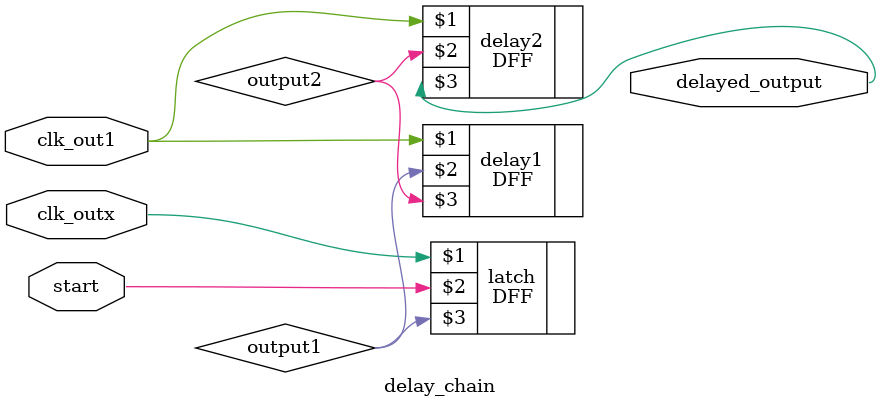
<source format=v>
`timescale 1ns / 1ps

module delay_chain(
    input wire clk_out1,
    input wire clk_outx,
    input wire start,
    output wire delayed_output
    );
    
DFF latch(
    clk_outx,
    start,
    output1
 );
 
DFF delay1(
    clk_out1,
    output1,
    output2
);

DFF delay2(
    clk_out1,
    output2,  
    delayed_output
);
   
endmodule

</source>
